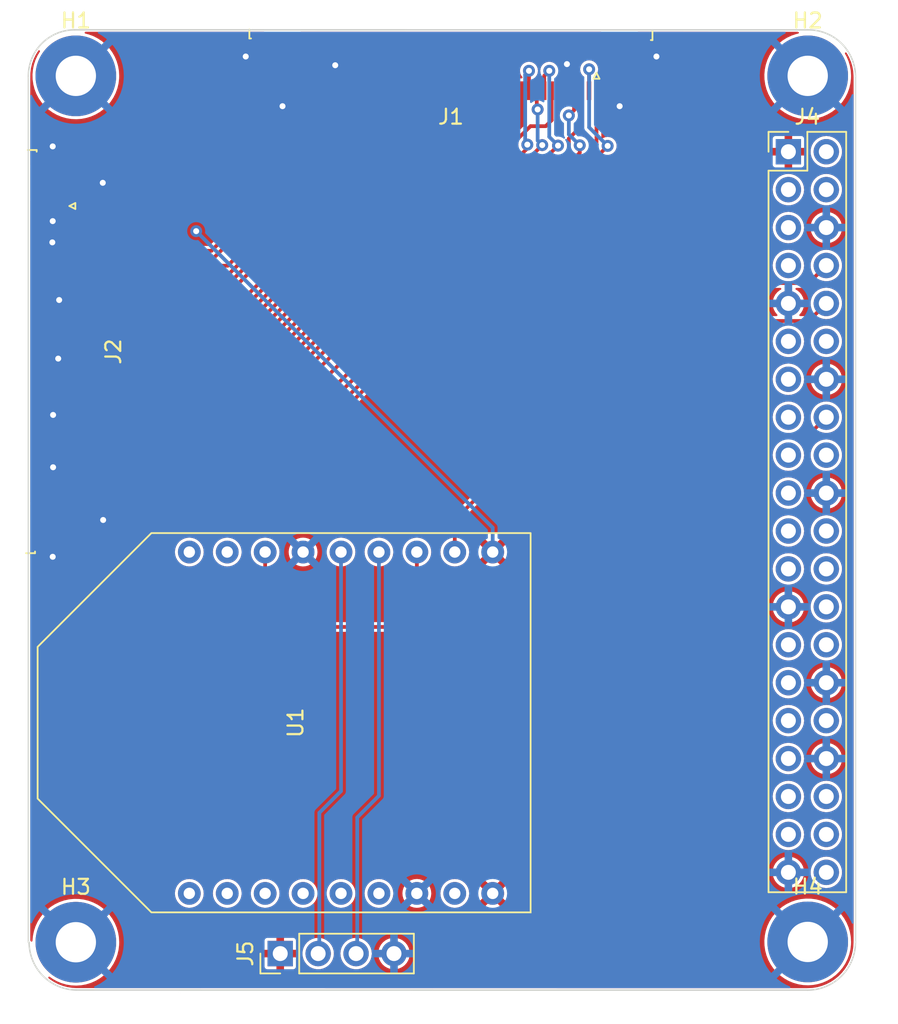
<source format=kicad_pcb>
(kicad_pcb (version 20211014) (generator pcbnew)
  (layers (0 "F.Cu" signal) (31 "B.Cu" signal) (34 "B.Paste" user) (35 "F.Paste" user) (36 "B.SilkS" user "B.Silkscreen") (37 "F.SilkS" user "F.Silkscreen") (38 "B.Mask" user) (39 "F.Mask" user) (44 "Edge.Cuts" user))
  (net 0 "")
  (net 1 "/I2C_SCL")
  (net 2 "/I2C_SDA")
  (net 3 "/LCD_INT")
  (net 4 "/LCD_RST")
  (net 5 "/LCD_BL")
  (net 6 "/LCD_DISP")
  (net 7 "/LCD_DE")
  (net 8 "/LCD_VSYNC")
  (net 9 "/LCD_HSYNC")
  (net 10 "/LCD_CLK")
  (net 11 "/LCD_B7")
  (net 12 "/LCD_B6")
  (net 13 "/LCD_B5")
  (net 14 "/LCD_B4")
  (net 15 "/LCD_B3")
  (net 16 "/LCD_B2")
  (net 17 "/LCD_G7")
  (net 20 "/LCD_G6")
  (net 21 "/LCD_G5")
  (net 22 "/LCD_G4")
  (net 23 "/LCD_G3")
  (net 24 "/LCD_G2")
  (net 25 "/LCD_R7")
  (net 28 "/LCD_R6")
  (net 29 "/LCD_R5")
  (net 30 "/LCD_R4")
  (net 31 "/LCD_R3")
  (net 32 "/LCD_R2")
  (net 33 "+5V")
  (net 36 "/VLED-")
  (net 37 "/VLED+")
  (net 39 "+3V3")
  (net 44 "GND")
  (net 46 "/USART2_TX")
  (net 47 "/USART2_RX")
  (net 52 "/GPIO_E14")
  (net 72 "/SWDIO")
  (net 73 "/SWCLK")
  (footprint "MountingHole:MountingHole_2.7mm_Pad" (layer "F.Cu") (at 17.78 17.78)
    (fp_text reference "H1" (at 0 -3.7) (layer "F.SilkS"))
    (fp_text value "H")
    (pad "1" thru_hole circle (at 0 0) (size 5.4 5.4) (drill 2.7) (layers *.Cu *.Mask) (net 44 "GND"))
  )
  (footprint "Connector-FPC:ER_CON40HT-1MP_P0.5mm_Horizontal" (layer "F.Cu") (at 17.1958 36.2458 -90)
    (fp_text reference "J2" (at 0 -3.1 90) (layer "F.SilkS"))
    (fp_text value "LCD")
    (fp_line (start -13.39 2.04) (end -13.5 2.04) (layer "F.SilkS") (width 0.12))
    (fp_line (start -9.95 -0.55) (end -9.75 -0.15) (layer "F.SilkS") (width 0.12))
    (fp_line (start -9.55 -0.55) (end -9.95 -0.55) (layer "F.SilkS") (width 0.12))
    (fp_line (start -13.5 2.04) (end -13.5 2.64) (layer "F.SilkS") (width 0.12))
    (fp_line (start 13.39 2.15) (end 13.5 2.15) (layer "F.SilkS") (width 0.12))
    (fp_line (start 13.5 2.15) (end 13.5 2.75) (layer "F.SilkS") (width 0.12))
    (fp_line (start -9.75 -0.15) (end -9.55 -0.55) (layer "F.SilkS") (width 0.12))
    (pad "1" smd rect (at -9.75 -1.35 270) (size 0.3 1.25) (layers "F.Cu" "F.Paste" "F.Mask") (net 36 "/VLED-"))
    (pad "2" smd rect (at -9.25 -1.35 270) (size 0.3 1.25) (layers "F.Cu" "F.Paste" "F.Mask") (net 37 "/VLED+"))
    (pad "3" smd rect (at -8.75 -1.35 270) (size 0.3 1.25) (layers "F.Cu" "F.Paste" "F.Mask") (net 44 "GND"))
    (pad "4" smd rect (at -8.25 -1.35 270) (size 0.3 1.25) (layers "F.Cu" "F.Paste" "F.Mask") (net 39 "+3V3"))
    (pad "5" smd rect (at -7.75 -1.35 270) (size 0.3 1.25) (layers "F.Cu" "F.Paste" "F.Mask") (net 44 "GND"))
    (pad "6" smd rect (at -7.25 -1.35 270) (size 0.3 1.25) (layers "F.Cu" "F.Paste" "F.Mask") (net 44 "GND"))
    (pad "7" smd rect (at -6.75 -1.35 270) (size 0.3 1.25) (layers "F.Cu" "F.Paste" "F.Mask") (net 32 "/LCD_R2"))
    (pad "8" smd rect (at -6.25 -1.35 270) (size 0.3 1.25) (layers "F.Cu" "F.Paste" "F.Mask") (net 31 "/LCD_R3"))
    (pad "9" smd rect (at -5.75 -1.35 270) (size 0.3 1.25) (layers "F.Cu" "F.Paste" "F.Mask") (net 30 "/LCD_R4"))
    (pad "10" smd rect (at -5.25 -1.35 270) (size 0.3 1.25) (layers "F.Cu" "F.Paste" "F.Mask") (net 29 "/LCD_R5"))
    (pad "11" smd rect (at -4.75 -1.35 270) (size 0.3 1.25) (layers "F.Cu" "F.Paste" "F.Mask") (net 28 "/LCD_R6"))
    (pad "12" smd rect (at -4.25 -1.35 270) (size 0.3 1.25) (layers "F.Cu" "F.Paste" "F.Mask") (net 25 "/LCD_R7"))
    (pad "13" smd rect (at -3.75 -1.35 270) (size 0.3 1.25) (layers "F.Cu" "F.Paste" "F.Mask") (net 44 "GND"))
    (pad "14" smd rect (at -3.25 -1.35 270) (size 0.3 1.25) (layers "F.Cu" "F.Paste" "F.Mask") (net 44 "GND"))
    (pad "15" smd rect (at -2.75 -1.35 270) (size 0.3 1.25) (layers "F.Cu" "F.Paste" "F.Mask") (net 24 "/LCD_G2"))
    (pad "16" smd rect (at -2.25 -1.35 270) (size 0.3 1.25) (layers "F.Cu" "F.Paste" "F.Mask") (net 23 "/LCD_G3"))
    (pad "17" smd rect (at -1.75 -1.35 270) (size 0.3 1.25) (layers "F.Cu" "F.Paste" "F.Mask") (net 22 "/LCD_G4"))
    (pad "18" smd rect (at -1.25 -1.35 270) (size 0.3 1.25) (layers "F.Cu" "F.Paste" "F.Mask") (net 21 "/LCD_G5"))
    (pad "19" smd rect (at -0.75 -1.35 270) (size 0.3 1.25) (layers "F.Cu" "F.Paste" "F.Mask") (net 20 "/LCD_G6"))
    (pad "20" smd rect (at -0.25 -1.35 270) (size 0.3 1.25) (layers "F.Cu" "F.Paste" "F.Mask") (net 17 "/LCD_G7"))
    (pad "21" smd rect (at 0.25 -1.35 270) (size 0.3 1.25) (layers "F.Cu" "F.Paste" "F.Mask") (net 44 "GND"))
    (pad "22" smd rect (at 0.75 -1.35 270) (size 0.3 1.25) (layers "F.Cu" "F.Paste" "F.Mask") (net 44 "GND"))
    (pad "23" smd rect (at 1.25 -1.35 270) (size 0.3 1.25) (layers "F.Cu" "F.Paste" "F.Mask") (net 16 "/LCD_B2"))
    (pad "24" smd rect (at 1.75 -1.35 270) (size 0.3 1.25) (layers "F.Cu" "F.Paste" "F.Mask") (net 15 "/LCD_B3"))
    (pad "25" smd rect (at 2.25 -1.35 270) (size 0.3 1.25) (layers "F.Cu" "F.Paste" "F.Mask") (net 14 "/LCD_B4"))
    (pad "26" smd rect (at 2.75 -1.35 270) (size 0.3 1.25) (layers "F.Cu" "F.Paste" "F.Mask") (net 13 "/LCD_B5"))
    (pad "27" smd rect (at 3.25 -1.35 270) (size 0.3 1.25) (layers "F.Cu" "F.Paste" "F.Mask") (net 12 "/LCD_B6"))
    (pad "28" smd rect (at 3.75 -1.35 270) (size 0.3 1.25) (layers "F.Cu" "F.Paste" "F.Mask") (net 11 "/LCD_B7"))
    (pad "29" smd rect (at 4.25 -1.35 270) (size 0.3 1.25) (layers "F.Cu" "F.Paste" "F.Mask") (net 44 "GND"))
    (pad "30" smd rect (at 4.75 -1.35 270) (size 0.3 1.25) (layers "F.Cu" "F.Paste" "F.Mask") (net 10 "/LCD_CLK"))
    (pad "31" smd rect (at 5.25 -1.35 270) (size 0.3 1.25) (layers "F.Cu" "F.Paste" "F.Mask") (net 6 "/LCD_DISP"))
    (pad "32" smd rect (at 5.75 -1.35 270) (size 0.3 1.25) (layers "F.Cu" "F.Paste" "F.Mask") (net 9 "/LCD_HSYNC"))
    (pad "33" smd rect (at 6.25 -1.35 270) (size 0.3 1.25) (layers "F.Cu" "F.Paste" "F.Mask") (net 8 "/LCD_VSYNC"))
    (pad "34" smd rect (at 6.75 -1.35 270) (size 0.3 1.25) (layers "F.Cu" "F.Paste" "F.Mask") (net 7 "/LCD_DE"))
    (pad "35" smd rect (at 7.25 -1.35 270) (size 0.3 1.25) (layers "F.Cu" "F.Paste" "F.Mask"))
    (pad "36" smd rect (at 7.75 -1.35 270) (size 0.3 1.25) (layers "F.Cu" "F.Paste" "F.Mask") (net 44 "GND"))
    (pad "37" smd rect (at 8.25 -1.35 270) (size 0.3 1.25) (layers "F.Cu" "F.Paste" "F.Mask") (net 3 "/LCD_INT"))
    (pad "38" smd rect (at 8.75 -1.35 270) (size 0.3 1.25) (layers "F.Cu" "F.Paste" "F.Mask") (net 4 "/LCD_RST"))
    (pad "39" smd rect (at 9.25 -1.35 270) (size 0.3 1.25) (layers "F.Cu" "F.Paste" "F.Mask") (net 1 "/I2C_SCL"))
    (pad "40" smd rect (at 9.75 -1.35 270) (size 0.3 1.25) (layers "F.Cu" "F.Paste" "F.Mask") (net 2 "/I2C_SDA"))
    (pad "MP" smd rect (at -11.29 0.95 270) (size 2 3) (layers "F.Cu" "F.Paste" "F.Mask") (net 44 "GND"))
    (pad "MP" smd rect (at 11.29 0.95 270) (size 2 3) (layers "F.Cu" "F.Paste" "F.Mask") (net 44 "GND"))
  )
  (footprint "Connector_PinHeader_2.54mm:PinHeader_1x04_P2.54mm_Vertical" (layer "F.Cu") (at 31.47 76.56 90)
    (fp_text reference "J5" (at 0 -2.33 90) (layer "F.SilkS"))
    (fp_text value "Debug")
    (fp_line (start -1.33 1.27) (end -1.33 8.95) (layer "F.SilkS") (width 0.12))
    (fp_line (start -1.33 -1.33) (end 0 -1.33) (layer "F.SilkS") (width 0.12))
    (fp_line (start -1.33 0) (end -1.33 -1.33) (layer "F.SilkS") (width 0.12))
    (fp_line (start -1.33 1.27) (end 1.33 1.27) (layer "F.SilkS") (width 0.12))
    (fp_line (start 1.33 1.27) (end 1.33 8.95) (layer "F.SilkS") (width 0.12))
    (fp_line (start -1.33 8.95) (end 1.33 8.95) (layer "F.SilkS") (width 0.12))
    (pad "1" thru_hole rect (at 0 0 90) (size 1.7 1.7) (drill 1) (layers *.Cu *.Mask) (net 39 "+3V3"))
    (pad "2" thru_hole oval (at 0 2.54 90) (size 1.7 1.7) (drill 1) (layers *.Cu *.Mask) (net 72 "/SWDIO"))
    (pad "3" thru_hole oval (at 0 5.08 90) (size 1.7 1.7) (drill 1) (layers *.Cu *.Mask) (net 73 "/SWCLK"))
    (pad "4" thru_hole oval (at 0 7.62 90) (size 1.7 1.7) (drill 1) (layers *.Cu *.Mask) (net 44 "GND"))
  )
  (footprint "MountingHole:MountingHole_2.7mm_Pad" (layer "F.Cu") (at 17.78 75.8)
    (fp_text reference "H3" (at 0 -3.7) (layer "F.SilkS"))
    (fp_text value "H")
    (pad "1" thru_hole circle (at 0 0) (size 5.4 5.4) (drill 2.7) (layers *.Cu *.Mask) (net 44 "GND"))
  )
  (footprint "MountingHole:MountingHole_2.7mm_Pad" (layer "F.Cu") (at 66.8 17.78)
    (fp_text reference "H2" (at 0 -3.7) (layer "F.SilkS"))
    (fp_text value "H")
    (pad "1" thru_hole circle (at 0 0) (size 5.4 5.4) (drill 2.7) (layers *.Cu *.Mask) (net 44 "GND"))
  )
  (footprint "Connector-FPC:ER_CON40HT-1MP_P0.5mm_Horizontal" (layer "F.Cu") (at 42.9025 17.425 180)
    (fp_text reference "J1" (at 0 -3.1 180) (layer "F.SilkS"))
    (fp_text value "ODYSSEY")
    (fp_line (start -9.75 -0.15) (end -9.55 -0.55) (layer "F.SilkS") (width 0.12))
    (fp_line (start -9.95 -0.55) (end -9.75 -0.15) (layer "F.SilkS") (width 0.12))
    (fp_line (start 13.5 2.15) (end 13.5 2.75) (layer "F.SilkS") (width 0.12))
    (fp_line (start -13.5 2.04) (end -13.5 2.64) (layer "F.SilkS") (width 0.12))
    (fp_line (start -13.39 2.04) (end -13.5 2.04) (layer "F.SilkS") (width 0.12))
    (fp_line (start 13.39 2.15) (end 13.5 2.15) (layer "F.SilkS") (width 0.12))
    (fp_line (start -9.55 -0.55) (end -9.95 -0.55) (layer "F.SilkS") (width 0.12))
    (pad "1" smd rect (at -9.75 -1.35 180) (size 0.3 1.25) (layers "F.Cu" "F.Paste" "F.Mask") (net 1 "/I2C_SCL"))
    (pad "2" smd rect (at -9.25 -1.35 180) (size 0.3 1.25) (layers "F.Cu" "F.Paste" "F.Mask") (net 2 "/I2C_SDA"))
    (pad "3" smd rect (at -8.75 -1.35 180) (size 0.3 1.25) (layers "F.Cu" "F.Paste" "F.Mask") (net 3 "/LCD_INT"))
    (pad "4" smd rect (at -8.25 -1.35 180) (size 0.3 1.25) (layers "F.Cu" "F.Paste" "F.Mask") (net 4 "/LCD_RST"))
    (pad "5" smd rect (at -7.75 -1.35 180) (size 0.3 1.25) (layers "F.Cu" "F.Paste" "F.Mask") (net 44 "GND"))
    (pad "6" smd rect (at -7.25 -1.35 180) (size 0.3 1.25) (layers "F.Cu" "F.Paste" "F.Mask") (net 5 "/LCD_BL"))
    (pad "7" smd rect (at -6.75 -1.35 180) (size 0.3 1.25) (layers "F.Cu" "F.Paste" "F.Mask") (net 6 "/LCD_DISP"))
    (pad "8" smd rect (at -6.25 -1.35 180) (size 0.3 1.25) (layers "F.Cu" "F.Paste" "F.Mask") (net 7 "/LCD_DE"))
    (pad "9" smd rect (at -5.75 -1.35 180) (size 0.3 1.25) (layers "F.Cu" "F.Paste" "F.Mask") (net 8 "/LCD_VSYNC"))
    (pad "10" smd rect (at -5.25 -1.35 180) (size 0.3 1.25) (layers "F.Cu" "F.Paste" "F.Mask") (net 9 "/LCD_HSYNC"))
    (pad "11" smd rect (at -4.75 -1.35 180) (size 0.3 1.25) (layers "F.Cu" "F.Paste" "F.Mask") (net 10 "/LCD_CLK"))
    (pad "12" smd rect (at -4.25 -1.35 180) (size 0.3 1.25) (layers "F.Cu" "F.Paste" "F.Mask") (net 11 "/LCD_B7"))
    (pad "13" smd rect (at -3.75 -1.35 180) (size 0.3 1.25) (layers "F.Cu" "F.Paste" "F.Mask") (net 12 "/LCD_B6"))
    (pad "14" smd rect (at -3.25 -1.35 180) (size 0.3 1.25) (layers "F.Cu" "F.Paste" "F.Mask") (net 13 "/LCD_B5"))
    (pad "15" smd rect (at -2.75 -1.35 180) (size 0.3 1.25) (layers "F.Cu" "F.Paste" "F.Mask") (net 14 "/LCD_B4"))
    (pad "16" smd rect (at -2.25 -1.35 180) (size 0.3 1.25) (layers "F.Cu" "F.Paste" "F.Mask") (net 15 "/LCD_B3"))
    (pad "17" smd rect (at -1.75 -1.35 180) (size 0.3 1.25) (layers "F.Cu" "F.Paste" "F.Mask") (net 16 "/LCD_B2"))
    (pad "18" smd rect (at -1.25 -1.35 180) (size 0.3 1.25) (layers "F.Cu" "F.Paste" "F.Mask"))
    (pad "19" smd rect (at -0.75 -1.35 180) (size 0.3 1.25) (layers "F.Cu" "F.Paste" "F.Mask"))
    (pad "20" smd rect (at -0.25 -1.35 180) (size 0.3 1.25) (layers "F.Cu" "F.Paste" "F.Mask") (net 17 "/LCD_G7"))
    (pad "21" smd rect (at 0.25 -1.35 180) (size 0.3 1.25) (layers "F.Cu" "F.Paste" "F.Mask") (net 20 "/LCD_G6"))
    (pad "22" smd rect (at 0.75 -1.35 180) (size 0.3 1.25) (layers "F.Cu" "F.Paste" "F.Mask") (net 21 "/LCD_G5"))
    (pad "23" smd rect (at 1.25 -1.35 180) (size 0.3 1.25) (layers "F.Cu" "F.Paste" "F.Mask") (net 22 "/LCD_G4"))
    (pad "24" smd rect (at 1.75 -1.35 180) (size 0.3 1.25) (layers "F.Cu" "F.Paste" "F.Mask") (net 23 "/LCD_G3"))
    (pad "25" smd rect (at 2.25 -1.35 180) (size 0.3 1.25) (layers "F.Cu" "F.Paste" "F.Mask") (net 24 "/LCD_G2"))
    (pad "26" smd rect (at 2.75 -1.35 180) (size 0.3 1.25) (layers "F.Cu" "F.Paste" "F.Mask"))
    (pad "27" smd rect (at 3.25 -1.35 180) (size 0.3 1.25) (layers "F.Cu" "F.Paste" "F.Mask"))
    (pad "28" smd rect (at 3.75 -1.35 180) (size 0.3 1.25) (layers "F.Cu" "F.Paste" "F.Mask") (net 25 "/LCD_R7"))
    (pad "29" smd rect (at 4.25 -1.35 180) (size 0.3 1.25) (layers "F.Cu" "F.Paste" "F.Mask") (net 28 "/LCD_R6"))
    (pad "30" smd rect (at 4.75 -1.35 180) (size 0.3 1.25) (layers "F.Cu" "F.Paste" "F.Mask") (net 29 "/LCD_R5"))
    (pad "31" smd rect (at 5.25 -1.35 180) (size 0.3 1.25) (layers "F.Cu" "F.Paste" "F.Mask") (net 30 "/LCD_R4"))
    (pad "32" smd rect (at 5.75 -1.35 180) (size 0.3 1.25) (layers "F.Cu" "F.Paste" "F.Mask") (net 31 "/LCD_R3"))
    (pad "33" smd rect (at 6.25 -1.35 180) (size 0.3 1.25) (layers "F.Cu" "F.Paste" "F.Mask") (net 32 "/LCD_R2"))
    (pad "34" smd rect (at 6.75 -1.35 180) (size 0.3 1.25) (layers "F.Cu" "F.Paste" "F.Mask"))
    (pad "35" smd rect (at 7.25 -1.35 180) (size 0.3 1.25) (layers "F.Cu" "F.Paste" "F.Mask"))
    (pad "36" smd rect (at 7.75 -1.35 180) (size 0.3 1.25) (layers "F.Cu" "F.Paste" "F.Mask") (net 44 "GND"))
    (pad "37" smd rect (at 8.25 -1.35 180) (size 0.3 1.25) (layers "F.Cu" "F.Paste" "F.Mask") (net 39 "+3V3"))
    (pad "38" smd rect (at 8.75 -1.35 180) (size 0.3 1.25) (layers "F.Cu" "F.Paste" "F.Mask") (net 39 "+3V3"))
    (pad "39" smd rect (at 9.25 -1.35 180) (size 0.3 1.25) (layers "F.Cu" "F.Paste" "F.Mask") (net 33 "+5V"))
    (pad "40" smd rect (at 9.75 -1.35 180) (size 0.3 1.25) (layers "F.Cu" "F.Paste" "F.Mask") (net 33 "+5V"))
    (pad "MP" smd rect (at -11.29 0.95 180) (size 2 3) (layers "F.Cu" "F.Paste" "F.Mask") (net 44 "GND"))
    (pad "MP" smd rect (at 11.29 0.95 180) (size 2 3) (layers "F.Cu" "F.Paste" "F.Mask") (net 44 "GND"))
  )
  (footprint "Connector_PinHeader_2.54mm:PinHeader_2x20_P2.54mm_Vertical" (layer "F.Cu") (at 65.505 22.86)
    (fp_text reference "J4" (at 1.27 -2.33) (layer "F.SilkS"))
    (fp_text value "Odyssey Header")
    (fp_line (start -1.33 1.27) (end 1.27 1.27) (layer "F.SilkS") (width 0.12))
    (fp_line (start -1.33 0) (end -1.33 -1.33) (layer "F.SilkS") (width 0.12))
    (fp_line (start 1.27 -1.33) (end 3.87 -1.33) (layer "F.SilkS") (width 0.12))
    (fp_line (start -1.33 1.27) (end -1.33 49.59) (layer "F.SilkS") (width 0.12))
    (fp_line (start 1.27 1.27) (end 1.27 -1.33) (layer "F.SilkS") (width 0.12))
    (fp_line (start -1.33 -1.33) (end 0 -1.33) (layer "F.SilkS") (width 0.12))
    (fp_line (start 3.87 -1.33) (end 3.87 49.59) (layer "F.SilkS") (width 0.12))
    (fp_line (start -1.33 49.59) (end 3.87 49.59) (layer "F.SilkS") (width 0.12))
    (pad "1" thru_hole rect (at 0 0) (size 1.7 1.7) (drill 1) (layers *.Cu *.Mask) (net 39 "+3V3"))
    (pad "2" thru_hole oval (at 2.54 0) (size 1.7 1.7) (drill 1) (layers *.Cu *.Mask))
    (pad "3" thru_hole oval (at 0 2.54) (size 1.7 1.7) (drill 1) (layers *.Cu *.Mask))
    (pad "4" thru_hole oval (at 2.54 2.54) (size 1.7 1.7) (drill 1) (layers *.Cu *.Mask))
    (pad "5" thru_hole oval (at 0 5.08) (size 1.7 1.7) (drill 1) (layers *.Cu *.Mask))
    (pad "6" thru_hole oval (at 2.54 5.08) (size 1.7 1.7) (drill 1) (layers *.Cu *.Mask) (net 44 "GND"))
    (pad "7" thru_hole oval (at 0 7.62) (size 1.7 1.7) (drill 1) (layers *.Cu *.Mask))
    (pad "8" thru_hole oval (at 2.54 7.62) (size 1.7 1.7) (drill 1) (layers *.Cu *.Mask) (net 46 "/USART2_TX"))
    (pad "9" thru_hole oval (at 0 10.16) (size 1.7 1.7) (drill 1) (layers *.Cu *.Mask) (net 44 "GND"))
    (pad "10" thru_hole oval (at 2.54 10.16) (size 1.7 1.7) (drill 1) (layers *.Cu *.Mask) (net 47 "/USART2_RX"))
    (pad "11" thru_hole oval (at 0 12.7) (size 1.7 1.7) (drill 1) (layers *.Cu *.Mask))
    (pad "12" thru_hole oval (at 2.54 12.7) (size 1.7 1.7) (drill 1) (layers *.Cu *.Mask))
    (pad "13" thru_hole oval (at 0 15.24) (size 1.7 1.7) (drill 1) (layers *.Cu *.Mask))
    (pad "14" thru_hole oval (at 2.54 15.24) (size 1.7 1.7) (drill 1) (layers *.Cu *.Mask) (net 44 "GND"))
    (pad "15" thru_hole oval (at 0 17.78) (size 1.7 1.7) (drill 1) (layers *.Cu *.Mask))
    (pad "16" thru_hole oval (at 2.54 17.78) (size 1.7 1.7) (drill 1) (layers *.Cu *.Mask) (net 52 "/GPIO_E14"))
    (pad "17" thru_hole oval (at 0 20.32) (size 1.7 1.7) (drill 1) (layers *.Cu *.Mask))
    (pad "18" thru_hole oval (at 2.54 20.32) (size 1.7 1.7) (drill 1) (layers *.Cu *.Mask))
    (pad "19" thru_hole oval (at 0 22.86) (size 1.7 1.7) (drill 1) (layers *.Cu *.Mask))
    (pad "20" thru_hole oval (at 2.54 22.86) (size 1.7 1.7) (drill 1) (layers *.Cu *.Mask) (net 44 "GND"))
    (pad "21" thru_hole oval (at 0 25.4) (size 1.7 1.7) (drill 1) (layers *.Cu *.Mask))
    (pad "22" thru_hole oval (at 2.54 25.4) (size 1.7 1.7) (drill 1) (layers *.Cu *.Mask))
    (pad "23" thru_hole oval (at 0 27.94) (size 1.7 1.7) (drill 1) (layers *.Cu *.Mask))
    (pad "24" thru_hole oval (at 2.54 27.94) (size 1.7 1.7) (drill 1) (layers *.Cu *.Mask))
    (pad "25" thru_hole oval (at 0 30.48) (size 1.7 1.7) (drill 1) (layers *.Cu *.Mask) (net 44 "GND"))
    (pad "26" thru_hole oval (at 2.54 30.48) (size 1.7 1.7) (drill 1) (layers *.Cu *.Mask))
    (pad "27" thru_hole oval (at 0 33.02) (size 1.7 1.7) (drill 1) (layers *.Cu *.Mask))
    (pad "28" thru_hole oval (at 2.54 33.02) (size 1.7 1.7) (drill 1) (layers *.Cu *.Mask))
    (pad "29" thru_hole oval (at 0 35.56) (size 1.7 1.7) (drill 1) (layers *.Cu *.Mask))
    (pad "30" thru_hole oval (at 2.54 35.56) (size 1.7 1.7) (drill 1) (layers *.Cu *.Mask) (net 44 "GND"))
    (pad "31" thru_hole oval (at 0 38.1) (size 1.7 1.7) (drill 1) (layers *.Cu *.Mask))
    (pad "32" thru_hole oval (at 2.54 38.1) (size 1.7 1.7) (drill 1) (layers *.Cu *.Mask))
    (pad "33" thru_hole oval (at 0 40.64) (size 1.7 1.7) (drill 1) (layers *.Cu *.Mask))
    (pad "34" thru_hole oval (at 2.54 40.64) (size 1.7 1.7) (drill 1) (layers *.Cu *.Mask) (net 44 "GND"))
    (pad "35" thru_hole oval (at 0 43.18) (size 1.7 1.7) (drill 1) (layers *.Cu *.Mask))
    (pad "36" thru_hole oval (at 2.54 43.18) (size 1.7 1.7) (drill 1) (layers *.Cu *.Mask))
    (pad "37" thru_hole oval (at 0 45.72) (size 1.7 1.7) (drill 1) (layers *.Cu *.Mask))
    (pad "38" thru_hole oval (at 2.54 45.72) (size 1.7 1.7) (drill 1) (layers *.Cu *.Mask))
    (pad "39" thru_hole oval (at 0 48.26) (size 1.7 1.7) (drill 1) (layers *.Cu *.Mask) (net 44 "GND"))
    (pad "40" thru_hole oval (at 2.54 48.26) (size 1.7 1.7) (drill 1) (layers *.Cu *.Mask))
  )
  (footprint "RAK:RAK3272S" (layer "F.Cu") (at 33 61.1 90)
    (fp_text reference "U1" (at 0 -0.5 90 unlocked) (layer "F.SilkS"))
    (fp_text value "RAK3272S")
    (fp_poly (pts (xy 12.7 -10.16) (xy 12.7 15.24) (xy -12.7 15.24) (xy -12.7 -10.16) (xy -5.08 -17.78) (xy 5.08 -17.78)) (layer "F.SilkS") (width 0.12) (fill none))
    (pad "1" thru_hole circle (at -11.43 -7.62 90) (size 1.524 1.524) (drill 0.762) (layers *.Cu *.Mask))
    (pad "2" thru_hole circle (at -11.43 -5.08 90) (size 1.524 1.524) (drill 0.762) (layers *.Cu *.Mask))
    (pad "3" thru_hole circle (at -11.43 -2.54 90) (size 1.524 1.524) (drill 0.762) (layers *.Cu *.Mask))
    (pad "4" thru_hole circle (at -11.43 0 90) (size 1.524 1.524) (drill 0.762) (layers *.Cu *.Mask))
    (pad "5" thru_hole circle (at -11.43 2.54 90) (size 1.524 1.524) (drill 0.762) (layers *.Cu *.Mask))
    (pad "6" thru_hole circle (at -11.43 5.08 90) (size 1.524 1.524) (drill 0.762) (layers *.Cu *.Mask))
    (pad "7" thru_hole circle (at -11.43 7.62 90) (size 1.524 1.524) (drill 0.762) (layers *.Cu *.Mask) (net 44 "GND"))
    (pad "8" thru_hole circle (at -11.43 10.16 90) (size 1.524 1.524) (drill 0.762) (layers *.Cu *.Mask))
    (pad "9" thru_hole circle (at -11.43 12.7 90) (size 1.524 1.524) (drill 0.762) (layers *.Cu *.Mask) (net 39 "+3V3"))
    (pad "10" thru_hole circle (at 11.43 12.7 90) (size 1.524 1.524) (drill 0.762) (layers *.Cu *.Mask) (net 39 "+3V3"))
    (pad "11" thru_hole circle (at 11.43 10.16 90) (size 1.524 1.524) (drill 0.762) (layers *.Cu *.Mask) (net 46 "/USART2_TX"))
    (pad "12" thru_hole circle (at 11.43 7.62 90) (size 1.524 1.524) (drill 0.762) (layers *.Cu *.Mask) (net 47 "/USART2_RX"))
    (pad "13" thru_hole circle (at 11.43 5.08 90) (size 1.524 1.524) (drill 0.762) (layers *.Cu *.Mask) (net 73 "/SWCLK"))
    (pad "14" thru_hole circle (at 11.43 2.54 90) (size 1.524 1.524) (drill 0.762) (layers *.Cu *.Mask) (net 72 "/SWDIO"))
    (pad "15" thru_hole circle (at 11.43 0 90) (size 1.524 1.524) (drill 0.762) (layers *.Cu *.Mask) (net 44 "GND"))
    (pad "16" thru_hole circle (at 11.43 -2.54 90) (size 1.524 1.524) (drill 0.762) (layers *.Cu *.Mask) (net 52 "/GPIO_E14"))
    (pad "17" thru_hole circle (at 11.43 -5.08 90) (size 1.524 1.524) (drill 0.762) (layers *.Cu *.Mask))
    (pad "18" thru_hole circle (at 11.43 -7.62 90) (size 1.524 1.524) (drill 0.762) (layers *.Cu *.Mask))
  )
  (footprint "MountingHole:MountingHole_2.7mm_Pad" (layer "F.Cu") (at 66.8 75.78)
    (fp_text reference "H4" (at 0 -3.7) (layer "F.SilkS"))
    (fp_text value "H")
    (pad "1" thru_hole circle (at 0 0) (size 5.4 5.4) (drill 2.7) (layers *.Cu *.Mask) (net 44 "GND"))
  )
  (gr_line (start 17.7 79) (end 66.8 79.006243) (layer "Edge.Cuts") (width 0.1))
  (gr_line (start 69.999999 75.8) (end 69.999999 17.8) (layer "Edge.Cuts") (width 0.1))
  (gr_line (start 66.8 14.7) (end 17.7 14.698388) (layer "Edge.Cuts") (width 0.1))
  (gr_arc (start 17.849194 79) (mid 15.586452 78.062742) (end 14.649194 75.8) (layer "Edge.Cuts") (width 0.1))
  (gr_line (start 14.6 17.9) (end 14.6 75.8) (layer "Edge.Cuts") (width 0.1))
  (gr_arc (start 69.999999 75.78) (mid 69.069097 78.056776) (end 66.8 79.006243) (layer "Edge.Cuts") (width 0.1))
  (gr_arc (start 14.6 17.9) (mid 15.471754 15.642474) (end 17.7 14.698388) (layer "Edge.Cuts") (width 0.1))
  (gr_arc (start 66.8 14.7) (mid 69.042031 15.587258) (end 69.999999 17.8) (layer "Edge.Cuts") (width 0.1))
  (segment (start 29.140904 45.4958) (end 31.684211 42.952493) (width 0.25) (layer "F.Cu") (net 1))
  (segment (start 32.291811 42.952499) (end 52.6525 22.59181) (width 0.25) (layer "F.Cu") (net 1))
  (segment (start 32.056595 42.952499) (end 32.291811 42.952499) (width 0.25) (layer "F.Cu") (net 1))
  (segment (start 18.5458 45.4958) (end 29.140904 45.4958) (width 0.25) (layer "F.Cu") (net 1))
  (segment (start 52.6525 22.59181) (end 52.6525 18.775) (width 0.25) (layer "F.Cu") (net 1))
  (segment (start 32.056589 42.952493) (end 32.056595 42.952499) (width 0.25) (layer "F.Cu") (net 1))
  (segment (start 31.684211 42.952493) (end 32.056589 42.952493) (width 0.25) (layer "F.Cu") (net 1))
  (segment (start 18.5458 45.9958) (end 29.2766 45.9958) (width 0.25) (layer "F.Cu") (net 2))
  (segment (start 29.2766 45.9958) (end 31.8704 43.402) (width 0.25) (layer "F.Cu") (net 2))
  (segment (start 31.8704 43.402) (end 32.478 43.402) (width 0.25) (layer "F.Cu") (net 2))
  (segment (start 32.478 43.402) (end 53.4 22.48) (width 0.25) (layer "F.Cu") (net 2))
  (segment (start 53.4 22.48) (end 53.4 22.47) (width 0.25) (layer "F.Cu") (net 2))
  (segment (start 52.1525 17.3475) (end 52.16 17.34) (width 0.25) (layer "F.Cu") (net 2))
  (segment (start 52.1525 18.775) (end 52.1525 17.3475) (width 0.25) (layer "F.Cu") (net 2))
  (via (at 53.4 22.47) (size 0.8) (drill 0.4) (layers "F.Cu" "B.Cu") (net 2))
  (via (at 52.16 17.34) (size 0.8) (drill 0.4) (layers "F.Cu" "B.Cu") (net 2))
  (segment (start 52.16 21.23) (end 52.16 17.34) (width 0.25) (layer "B.Cu") (net 2))
  (segment (start 53.4 22.47) (end 52.16 21.23) (width 0.25) (layer "B.Cu") (net 2))
  (segment (start 50.80114 21.97886) (end 51.6525 21.1275) (width 0.25) (layer "F.Cu") (net 3))
  (segment (start 51.6525 21.1275) (end 51.6525 18.775) (width 0.25) (layer "F.Cu") (net 3))
  (segment (start 31.311833 42.053491) (end 31.661713 42.053491) (width 0.25) (layer "F.Cu") (net 3))
  (segment (start 18.5458 44.4958) (end 28.869524 44.4958) (width 0.25) (layer "F.Cu") (net 3))
  (segment (start 28.869524 44.4958) (end 31.311833 42.053491) (width 0.25) (layer "F.Cu") (net 3))
  (segment (start 50.80114 22.914064) (end 50.80114 21.97886) (width 0.25) (layer "F.Cu") (net 3))
  (segment (start 31.661713 42.053491) (end 50.80114 22.914064) (width 0.25) (layer "F.Cu") (net 3))
  (segment (start 50.8 20.43) (end 51.1525 20.0775) (width 0.25) (layer "F.Cu") (net 4))
  (segment (start 51.1525 20.0775) (end 51.1525 18.775) (width 0.25) (layer "F.Cu") (net 4))
  (segment (start 18.5458 44.9958) (end 29.005214 44.9958) (width 0.25) (layer "F.Cu") (net 4))
  (segment (start 31.962227 42.502992) (end 51.53 22.935219) (width 0.25) (layer "F.Cu") (net 4))
  (segment (start 29.005214 44.9958) (end 31.498022 42.502992) (width 0.25) (layer "F.Cu") (net 4))
  (segment (start 31.498022 42.502992) (end 31.962227 42.502992) (width 0.25) (layer "F.Cu") (net 4))
  (segment (start 51.53 22.935219) (end 51.53 22.43) (width 0.25) (layer "F.Cu") (net 4))
  (via (at 51.53 22.43) (size 0.8) (drill 0.4) (layers "F.Cu" "B.Cu") (net 4))
  (via (at 50.8 20.43) (size 0.8) (drill 0.4) (layers "F.Cu" "B.Cu") (net 4))
  (segment (start 50.8 21.7) (end 51.53 22.43) (width 0.25) (layer "B.Cu") (net 4))
  (segment (start 50.8 20.43) (end 50.8 21.7) (width 0.25) (layer "B.Cu") (net 4))
  (segment (start 47.720894 21.659909) (end 48.230803 21.15) (width 0.25) (layer "F.Cu") (net 6))
  (segment (start 47.296461 22.685412) (end 47.295556 22.684507) (width 0.25) (layer "F.Cu") (net 6))
  (segment (start 29.757123 40.231497) (end 47.296461 22.692159) (width 0.25) (layer "F.Cu") (net 6))
  (segment (start 47.296461 22.692159) (end 47.296461 22.685412) (width 0.25) (layer "F.Cu") (net 6))
  (segment (start 47.295556 22.084311) (end 47.719958 21.659909) (width 0.25) (layer "F.Cu") (net 6))
  (segment (start 47.719958 21.659909) (end 47.720894 21.659909) (width 0.25) (layer "F.Cu") (net 6))
  (segment (start 18.5458 41.4958) (end 28.5242 41.4958) (width 0.25) (layer "F.Cu") (net 6))
  (segment (start 49.25 21.15) (end 49.6525 20.7475) (width 0.25) (layer "F.Cu") (net 6))
  (segment (start 48.230803 21.15) (end 49.25 21.15) (width 0.25) (layer "F.Cu") (net 6))
  (segment (start 47.295556 22.684507) (end 47.295556 22.084311) (width 0.25) (layer "F.Cu") (net 6))
  (segment (start 49.6525 20.7475) (end 49.6525 18.775) (width 0.25) (layer "F.Cu") (net 6))
  (segment (start 28.5242 41.4958) (end 29.757123 40.262877) (width 0.25) (layer "F.Cu") (net 6))
  (segment (start 29.757123 40.262877) (end 29.757123 40.231497) (width 0.25) (layer "F.Cu") (net 6))
  (segment (start 29.5297 42.9958) (end 50.0755 22.45) (width 0.25) (layer "F.Cu") (net 7))
  (segment (start 49.1525 17.7775) (end 49.1525 18.775) (width 0.25) (layer "F.Cu") (net 7))
  (segment (start 18.5458 42.9958) (end 29.5297 42.9958) (width 0.25) (layer "F.Cu") (net 7))
  (segment (start 49.49 17.44) (end 49.1525 17.7775) (width 0.25) (layer "F.Cu") (net 7))
  (via (at 50.0755 22.45) (size 0.8) (drill 0.4) (layers "F.Cu" "B.Cu") (net 7))
  (via (at 49.49 17.44) (size 0.8) (drill 0.4) (layers "F.Cu" "B.Cu") (net 7))
  (segment (start 49.49 17.44) (end 49.49 21.8645) (width 0.25) (layer "B.Cu") (net 7))
  (segment (start 49.49 21.8645) (end 50.0755 22.45) (width 0.25) (layer "B.Cu") (net 7))
  (segment (start 18.5458 42.4958) (end 28.941279 42.4958) (width 0.25) (layer "F.Cu") (net 8))
  (segment (start 48.6525 19.9725) (end 48.6525 18.775) (width 0.25) (layer "F.Cu") (net 8))
  (segment (start 28.941279 42.4958) (end 49.01899 22.418089) (width 0.25) (layer "F.Cu") (net 8))
  (segment (start 48.71 20.03) (end 48.6525 19.9725) (width 0.25) (layer "F.Cu") (net 8))
  (via (at 49.01899 22.418089) (size 0.8) (drill 0.4) (layers "F.Cu" "B.Cu") (net 8))
  (via (at 48.71 20.03) (size 0.8) (drill 0.4) (layers "F.Cu" "B.Cu") (net 8))
  (segment (start 48.71 22.109099) (end 49.01899 22.418089) (width 0.25) (layer "B.Cu") (net 8))
  (segment (start 48.71 20.03) (end 48.71 22.109099) (width 0.25) (layer "B.Cu") (net 8))
  (segment (start 48.020056 22.635634) (end 28.65989 41.9958) (width 0.25) (layer "F.Cu") (net 9))
  (segment (start 28.65989 41.9958) (end 18.5458 41.9958) (width 0.25) (layer "F.Cu") (net 9))
  (segment (start 48.020056 22.384409) (end 48.020056 22.635634) (width 0.25) (layer "F.Cu") (net 9))
  (segment (start 48.13 18.7525) (end 48.1525 18.775) (width 0.25) (layer "F.Cu") (net 9))
  (segment (start 48.13 17.44) (end 48.13 18.7525) (width 0.25) (layer "F.Cu") (net 9))
  (via (at 48.13 17.44) (size 0.8) (drill 0.4) (layers "F.Cu" "B.Cu") (net 9))
  (via (at 48.020056 22.384409) (size 0.8) (drill 0.4) (layers "F.Cu" "B.Cu") (net 9))
  (segment (start 47.8755 17.6945) (end 47.8755 22.239853) (width 0.25) (layer "B.Cu") (net 9))
  (segment (start 47.8755 22.239853) (end 48.020056 22.384409) (width 0.25) (layer "B.Cu") (net 9))
  (segment (start 48.13 17.44) (end 47.8755 17.6945) (width 0.25) (layer "B.Cu") (net 9))
  (segment (start 46.846055 21.898122) (end 47.6525 21.091677) (width 0.25) (layer "F.Cu") (net 10))
  (segment (start 46.846055 22.506875) (end 46.846055 21.898122) (width 0.25) (layer "F.Cu") (net 10))
  (segment (start 47.6525 21.091677) (end 47.6525 18.775) (width 0.25) (layer "F.Cu") (net 10))
  (segment (start 18.5458 40.9958) (end 28.35713 40.9958) (width 0.25) (layer "F.Cu") (net 10))
  (segment (start 28.35713 40.9958) (end 46.846055 22.506875) (width 0.25) (layer "F.Cu") (net 10))
  (segment (start 46.396554 21.711933) (end 47.1525 20.955987) (width 0.25) (layer "F.Cu") (net 11))
  (segment (start 47.1525 20.955987) (end 47.1525 18.775) (width 0.25) (layer "F.Cu") (net 11))
  (segment (start 46.396554 22.320686) (end 46.396554 21.711933) (width 0.25) (layer "F.Cu") (net 11))
  (segment (start 18.5458 39.9958) (end 28.72144 39.9958) (width 0.25) (layer "F.Cu") (net 11))
  (segment (start 28.72144 39.9958) (end 46.396554 22.320686) (width 0.25) (layer "F.Cu") (net 11))
  (segment (start 45.947053 21.525744) (end 46.6525 20.820297) (width 0.25) (layer "F.Cu") (net 12))
  (segment (start 45.947053 22.134497) (end 45.947053 21.525744) (width 0.25) (layer "F.Cu") (net 12))
  (segment (start 28.58575 39.4958) (end 45.947053 22.134497) (width 0.25) (layer "F.Cu") (net 12))
  (segment (start 18.5458 39.4958) (end 28.58575 39.4958) (width 0.25) (layer "F.Cu") (net 12))
  (segment (start 46.6525 20.820297) (end 46.6525 18.775) (width 0.25) (layer "F.Cu") (net 12))
  (segment (start 46.1525 20.684607) (end 46.1525 18.775) (width 0.25) (layer "F.Cu") (net 13))
  (segment (start 45.497552 21.339555) (end 46.1525 20.684607) (width 0.25) (layer "F.Cu") (net 13))
  (segment (start 45.497552 21.948308) (end 45.497552 21.339555) (width 0.25) (layer "F.Cu") (net 13))
  (segment (start 18.5458 38.9958) (end 28.45006 38.9958) (width 0.25) (layer "F.Cu") (net 13))
  (segment (start 28.45006 38.9958) (end 45.497552 21.948308) (width 0.25) (layer "F.Cu") (net 13))
  (segment (start 45.6525 20.548917) (end 45.6525 18.775) (width 0.25) (layer "F.Cu") (net 14))
  (segment (start 45.048051 21.153366) (end 45.6525 20.548917) (width 0.25) (layer "F.Cu") (net 14))
  (segment (start 28.31437 38.4958) (end 45.048051 21.762119) (width 0.25) (layer "F.Cu") (net 14))
  (segment (start 18.5458 38.4958) (end 28.31437 38.4958) (width 0.25) (layer "F.Cu") (net 14))
  (segment (start 45.048051 21.762119) (end 45.048051 21.153366) (width 0.25) (layer "F.Cu") (net 14))
  (segment (start 44.59855 21.57593) (end 44.59855 20.967177) (width 0.25) (layer "F.Cu") (net 15))
  (segment (start 18.5458 37.9958) (end 28.17868 37.9958) (width 0.25) (layer "F.Cu") (net 15))
  (segment (start 45.1525 20.413227) (end 45.1525 18.775) (width 0.25) (layer "F.Cu") (net 15))
  (segment (start 28.17868 37.9958) (end 44.59855 21.57593) (width 0.25) (layer "F.Cu") (net 15))
  (segment (start 44.59855 20.967177) (end 45.1525 20.413227) (width 0.25) (layer "F.Cu") (net 15))
  (segment (start 18.5458 37.4958) (end 28.04299 37.4958) (width 0.25) (layer "F.Cu") (net 16))
  (segment (start 28.04299 37.4958) (end 44.149049 21.389741) (width 0.25) (layer "F.Cu") (net 16))
  (segment (start 44.149049 20.780988) (end 44.6525 20.277537) (width 0.25) (layer "F.Cu") (net 16))
  (segment (start 44.149049 21.389741) (end 44.149049 20.780988) (width 0.25) (layer "F.Cu") (net 16))
  (segment (start 44.6525 20.277537) (end 44.6525 18.775) (width 0.25) (layer "F.Cu") (net 16))
  (segment (start 18.5458 35.9958) (end 28.9073 35.9958) (width 0.25) (layer "F.Cu") (net 17))
  (segment (start 28.9073 35.9958) (end 43.1525 21.7506) (width 0.25) (layer "F.Cu") (net 17))
  (segment (start 43.1525 21.7506) (end 43.1525 18.775) (width 0.25) (layer "F.Cu") (net 17))
  (segment (start 28.77161 35.4958) (end 42.6525 21.61491) (width 0.25) (layer "F.Cu") (net 20))
  (segment (start 42.6525 21.61491) (end 42.6525 18.775) (width 0.25) (layer "F.Cu") (net 20))
  (segment (start 18.5458 35.4958) (end 28.77161 35.4958) (width 0.25) (layer "F.Cu") (net 20))
  (segment (start 42.1525 21.47922) (end 42.1525 18.775) (width 0.25) (layer "F.Cu") (net 21))
  (segment (start 18.5458 34.9958) (end 28.63592 34.9958) (width 0.25) (layer "F.Cu") (net 21))
  (segment (start 28.63592 34.9958) (end 42.1525 21.47922) (width 0.25) (layer "F.Cu") (net 21))
  (segment (start 41.6525 21.34353) (end 41.6525 18.775) (width 0.25) (layer "F.Cu") (net 22))
  (segment (start 28.50023 34.4958) (end 41.6525 21.34353) (width 0.25) (layer "F.Cu") (net 22))
  (segment (start 18.5458 34.4958) (end 28.50023 34.4958) (width 0.25) (layer "F.Cu") (net 22))
  (segment (start 41.1525 21.20784) (end 41.1525 18.775) (width 0.25) (layer "F.Cu") (net 23))
  (segment (start 28.36454 33.9958) (end 41.1525 21.20784) (width 0.25) (layer "F.Cu") (net 23))
  (segment (start 18.5458 33.9958) (end 28.36454 33.9958) (width 0.25) (layer "F.Cu") (net 23))
  (segment (start 18.5458 33.4958) (end 28.22885 33.4958) (width 0.25) (layer "F.Cu") (net 24))
  (segment (start 28.22885 33.4958) (end 40.6525 21.07215) (width 0.25) (layer "F.Cu") (net 24))
  (segment (start 40.6525 21.07215) (end 40.6525 18.775) (width 0.25) (layer "F.Cu") (net 24))
  (segment (start 39.1525 21.202088) (end 39.1525 18.775) (width 0.25) (layer "F.Cu") (net 25))
  (segment (start 28.358788 31.9958) (end 39.1525 21.202088) (width 0.25) (layer "F.Cu") (net 25))
  (segment (start 18.5458 31.9958) (end 28.358788 31.9958) (width 0.25) (layer "F.Cu") (net 25))
  (segment (start 18.5458 31.4958) (end 28.222392 31.4958) (width 0.25) (layer "F.Cu") (net 28))
  (segment (start 28.222392 31.4958) (end 38.6525 21.065692) (width 0.25) (layer "F.Cu") (net 28))
  (segment (start 38.6525 21.065692) (end 38.6525 18.775) (width 0.25) (layer "F.Cu") (net 28))
  (segment (start 18.5458 30.9958) (end 28.085996 30.9958) (width 0.25) (layer "F.Cu") (net 29))
  (segment (start 38.15 18.7775) (end 38.1525 18.775) (width 0.25) (layer "F.Cu") (net 29))
  (segment (start 38.15 20.931796) (end 38.15 18.7775) (width 0.25) (layer "F.Cu") (net 29))
  (segment (start 28.085996 30.9958) (end 38.15 20.931796) (width 0.25) (layer "F.Cu") (net 29))
  (segment (start 27.9496 30.4958) (end 37.6525 20.7929) (width 0.25) (layer "F.Cu") (net 30))
  (segment (start 37.6525 20.7929) (end 37.6525 18.775) (width 0.25) (layer "F.Cu") (net 30))
  (segment (start 18.5458 30.4958) (end 27.9496 30.4958) (width 0.25) (layer "F.Cu") (net 30))
  (segment (start 37.15 18.7775) (end 37.15 19.838896) (width 0.25) (layer "F.Cu") (net 31))
  (segment (start 26.993096 29.9958) (end 18.5458 29.9958) (width 0.25) (layer "F.Cu") (net 31))
  (segment (start 37.15 19.838896) (end 26.993096 29.9958) (width 0.25) (layer "F.Cu") (net 31))
  (segment (start 37.1525 18.775) (end 37.15 18.7775) (width 0.25) (layer "F.Cu") (net 31))
  (segment (start 26.8567 29.4958) (end 36.64 19.7125) (width 0.25) (layer "F.Cu") (net 32))
  (segment (start 36.64 19.7125) (end 36.64 18.7875) (width 0.25) (layer "F.Cu") (net 32))
  (segment (start 36.64 18.7875) (end 36.6525 18.775) (width 0.25) (layer "F.Cu") (net 32))
  (segment (start 18.5458 29.4958) (end 26.8567 29.4958) (width 0.25) (layer "F.Cu") (net 32))
  (segment (start 33.6525 18.775) (end 33.1525 18.775) (width 0.25) (layer "F.Cu") (net 33))
  (via (at 25.84 28.18) (size 0.8) (drill 0.4) (layers "F.Cu" "B.Cu") (net 39))
  (segment (start 45.7 48.04) (end 25.84 28.18) (width 0.25) (layer "B.Cu") (net 39))
  (segment (start 45.7 49.67) (end 45.7 48.04) (width 0.25) (layer "B.Cu") (net 39))
  (segment (start 54.1925 19.8009) (end 54.2036 19.812) (width 0.25) (layer "F.Cu") (net 44))
  (segment (start 16.7012 36.9958) (end 18.5458 36.9958) (width 0.25) (layer "F.Cu") (net 44))
  (segment (start 16.2458 22.5196) (end 16.2306 22.5044) (width 0.25) (layer "F.Cu") (net 44))
  (segment (start 16.2052 28.9306) (end 16.7276 28.9958) (width 0.25) (layer "F.Cu") (net 44))
  (segment (start 31.6125 16.475) (end 31.6125 19.8015) (width 0.25) (layer "F.Cu") (net 44))
  (segment (start 16.64 28.4958) (end 16.2052 28.9306) (width 0.25) (layer "F.Cu") (net 44))
  (segment (start 16.259 43.9958) (end 16.256 43.9928) (width 0.25) (layer "F.Cu") (net 44))
  (segment (start 50.6525 18.775) (end 50.6525 17.0131) (width 0.25) (layer "F.Cu") (net 44))
  (segment (start 16.2642 40.4958) (end 16.256 40.4876) (width 0.25) (layer "F.Cu") (net 44))
  (segment (start 54.1925 16.475) (end 56.6578 16.475) (width 0.25) (layer "F.Cu") (net 44))
  (segment (start 18.5458 27.4958) (end 16.243 27.4958) (width 0.25) (layer "F.Cu") (net 44))
  (segment (start 16.243 27.4958) (end 16.2306 27.5082) (width 0.25) (layer "F.Cu") (net 44))
  (segment (start 56.6578 16.475) (end 56.6674 16.4846) (width 0.25) (layer "F.Cu") (net 44))
  (segment (start 31.6125 16.475) (end 29.1688 16.475) (width 0.25) (layer "F.Cu") (net 44))
  (segment (start 16.2458 24.9558) (end 19.5704 24.9558) (width 0.25) (layer "F.Cu") (net 44))
  (segment (start 16.7276 28.9958) (end 18.5458 28.9958) (width 0.25) (layer "F.Cu") (net 44))
  (segment (start 16.5989 36.7157) (end 16.7012 36.9958) (width 0.25) (layer "F.Cu") (net 44))
  (segment (start 16.2458 47.5358) (end 19.5964 47.5358) (width 0.25) (layer "F.Cu") (net 44))
  (segment (start 19.5964 47.5358) (end 19.6088 47.5234) (width 0.25) (layer "F.Cu") (net 44))
  (segment (start 18.5458 40.4958) (end 16.2642 40.4958) (width 0.25) (layer "F.Cu") (net 44))
  (segment (start 16.2458 47.5358) (end 16.2458 49.972) (width 0.25) (layer "F.Cu") (net 44))
  (segment (start 50.6525 17.0131) (end 50.673 16.9926) (width 0.25) (layer "F.Cu") (net 44))
  (segment (start 19.5704 24.9558) (end 19.5834 24.9428) (width 0.25) (layer "F.Cu") (net 44))
  (segment (start 16.958 32.4958) (end 16.6624 32.7914) (width 0.25) (layer "F.Cu") (net 44))
  (segment (start 16.2458 49.972) (end 16.2306 49.9872) (width 0.25) (layer "F.Cu") (net 44))
  (segment (start 18.5458 32.9958) (end 16.8668 32.9958) (width 0.25) (layer "F.Cu") (net 44))
  (segment (start 54.1925 16.475) (end 54.1925 19.8009) (width 0.25) (layer "F.Cu") (net 44))
  (segment (start 29.1688 16.475) (end 29.1592 16.4846) (width 0.25) (layer "F.Cu") (net 44))
  (segment (start 35.1525 17.0699) (end 35.1536 17.0688) (width 0.25) (layer "F.Cu") (net 44))
  (segment (start 18.5458 32.4958) (end 16.958 32.4958) (width 0.25) (layer "F.Cu") (net 44))
  (segment (start 16.8188 36.4958) (end 18.5458 36.4958) (width 0.25) (layer "F.Cu") (net 44))
  (segment (start 18.5458 43.9958) (end 16.259 43.9958) (width 0.25) (layer "F.Cu") (net 44))
  (segment (start 16.8668 32.9958) (end 16.6624 32.7914) (width 0.25) (layer "F.Cu") (net 44))
  (segment (start 16.2458 24.9558) (end 16.2458 22.5196) (width 0.25) (layer "F.Cu") (net 44))
  (segment (start 31.6125 19.8015) (end 31.623 19.812) (width 0.25) (layer "F.Cu") (net 44))
  (segment (start 16.5989 36.7157) (end 16.8188 36.4958) (width 0.25) (layer "F.Cu") (net 44))
  (segment (start 18.5458 28.4958) (end 16.64 28.4958) (width 0.25) (layer "F.Cu") (net 44))
  (segment (start 35.1525 18.775) (end 35.1525 17.0699) (width 0.25) (layer "F.Cu") (net 44))
  (via (at 50.673 16.9926) (size 0.8) (drill 0.4) (layers "F.Cu" "B.Cu") (net 44))
  (via (at 35.1536 17.0688) (size 0.8) (drill 0.4) (layers "F.Cu" "B.Cu") (net 44))
  (via (at 56.6674 16.4846) (size 0.8) (drill 0.4) (layers "F.Cu" "B.Cu") (net 44))
  (via (at 19.5834 24.9428) (size 0.8) (drill 0.4) (layers "F.Cu" "B.Cu") (net 44))
  (via (at 16.2052 28.9306) (size 0.8) (drill 0.4) (layers "F.Cu" "B.Cu") (net 44))
  (via (at 16.2306 49.9872) (size 0.8) (drill 0.4) (layers "F.Cu" "B.Cu") (net 44))
  (via (at 16.2306 27.5082) (size 0.8) (drill 0.4) (layers "F.Cu" "B.Cu") (net 44))
  (via (at 16.256 40.4876) (size 0.8) (drill 0.4) (layers "F.Cu" "B.Cu") (net 44))
  (via (at 29.1592 16.4846) (size 0.8) (drill 0.4) (layers "F.Cu" "B.Cu") (net 44))
  (via (at 16.6624 32.7914) (size 0.8) (drill 0.4) (layers "F.Cu" "B.Cu") (net 44))
  (via (at 31.623 19.812) (size 0.8) (drill 0.4) (layers "F.Cu" "B.Cu") (net 44))
  (via (at 16.5989 36.7157) (size 0.8) (drill 0.4) (layers "F.Cu" "B.Cu") (net 44))
  (via (at 16.256 43.9928) (size 0.8) (drill 0.4) (layers "F.Cu" "B.Cu") (net 44))
  (via (at 54.2036 19.812) (size 0.8) (drill 0.4) (layers "F.Cu" "B.Cu") (net 44))
  (via (at 19.6088 47.5234) (size 0.8) (drill 0.4) (layers "F.Cu" "B.Cu") (net 44))
  (via (at 16.2306 22.5044) (size 0.8) (drill 0.4) (layers "F.Cu" "B.Cu") (net 44))
  (segment (start 66.87 31.655) (end 68.045 30.48) (width 0.25) (layer "F.Cu") (net 46))
  (segment (start 59.023 31.655) (end 66.87 31.655) (width 0.25) (layer "F.Cu") (net 46))
  (segment (start 43.16 49.67) (end 43.16 47.518) (width 0.25) (layer "F.Cu") (net 46))
  (segment (start 43.16 47.518) (end 59.023 31.655) (width 0.25) (layer "F.Cu") (net 46))
  (segment (start 54.6 39.22) (end 59.625 34.195) (width 0.25) (layer "F.Cu") (net 47))
  (segment (start 54.6 50.7) (end 54.6 39.22) (width 0.25) (layer "F.Cu") (net 47))
  (segment (start 59.625 34.195) (end 66.87 34.195) (width 0.25) (layer "F.Cu") (net 47))
  (segment (start 52.39 52.91) (end 54.6 50.7) (width 0.25) (layer "F.Cu") (net 47))
  (segment (start 41.72 52.91) (end 52.39 52.91) (width 0.25) (layer "F.Cu") (net 47))
  (segment (start 40.62 51.77) (end 40.6 51.79) (width 0.25) (layer "F.Cu") (net 47))
  (segment (start 40.6 51.79) (end 41.72 52.91) (width 0.25) (layer "F.Cu") (net 47))
  (segment (start 66.87 34.195) (end 68.045 33.02) (width 0.25) (layer "F.Cu") (net 47))
  (segment (start 40.62 49.67) (end 40.62 51.77) (width 0.25) (layer "F.Cu") (net 47))
  (segment (start 32.639 54.6862) (end 52.9336 54.6862) (width 0.25) (layer "F.Cu") (net 52))
  (segment (start 30.46 49.67) (end 30.46 52.5072) (width 0.25) (layer "F.Cu") (net 52))
  (segment (start 52.9336 54.6862) (end 55.3466 52.2732) (width 0.25) (layer "F.Cu") (net 52))
  (segment (start 30.46 52.5072) (end 32.639 54.6862) (width 0.25) (layer "F.Cu") (net 52))
  (segment (start 55.3466 52.2732) (end 55.3466 44.3484) (width 0.25) (layer "F.Cu") (net 52))
  (segment (start 66.87 41.815) (end 68.045 40.64) (width 0.25) (layer "F.Cu") (net 52))
  (segment (start 55.3466 44.3484) (end 57.88 41.815) (width 0.25) (layer "F.Cu") (net 52))
  (segment (start 57.88 41.815) (end 66.87 41.815) (width 0.25) (layer "F.Cu") (net 52))
  (segment (start 35.54 65.68) (end 35.54 49.67) (width 0.25) (layer "B.Cu") (net 72))
  (segment (start 34.087 76.483) (end 34.087 67.133) (width 0.25) (layer "B.Cu") (net 72))
  (segment (start 34.087 67.133) (end 35.54 65.68) (width 0.25) (layer "B.Cu") (net 72))
  (segment (start 34.01 76.56) (end 34.087 76.483) (width 0.25) (layer "B.Cu") (net 72))
  (segment (start 36.627 76.483) (end 36.627 67.443) (width 0.25) (layer "B.Cu") (net 73))
  (segment (start 38.08 65.99) (end 38.08 49.67) (width 0.25) (layer "B.Cu") (net 73))
  (segment (start 36.627 67.443) (end 38.08 65.99) (width 0.25) (layer "B.Cu") (net 73))
  (segment (start 36.55 76.56) (end 36.627 76.483) (width 0.25) (layer "B.Cu") (net 73))
  (zone (net 39) (net_name "+3V3") (layer "F.Cu") (connect_pads (clearance 0.127)) (min_thickness 0.127) (fill yes (thermal_gap 0.508) (thermal_bridge_width 0.508))
    (polygon (pts (xy 71.12 81.28) (xy 12.7 81.28) (xy 12.7 12.7) (xy 71.12 12.7)))
  )
  (zone (net 44) (net_name "GND") (layer "B.Cu") (connect_pads (clearance 0.127)) (min_thickness 0.127) (fill yes (thermal_gap 0.508) (thermal_bridge_width 0.508))
    (polygon (pts (xy 71.12 81.28) (xy 12.7 81.28) (xy 12.7 12.7) (xy 71.12 12.7)))
  )
)
</source>
